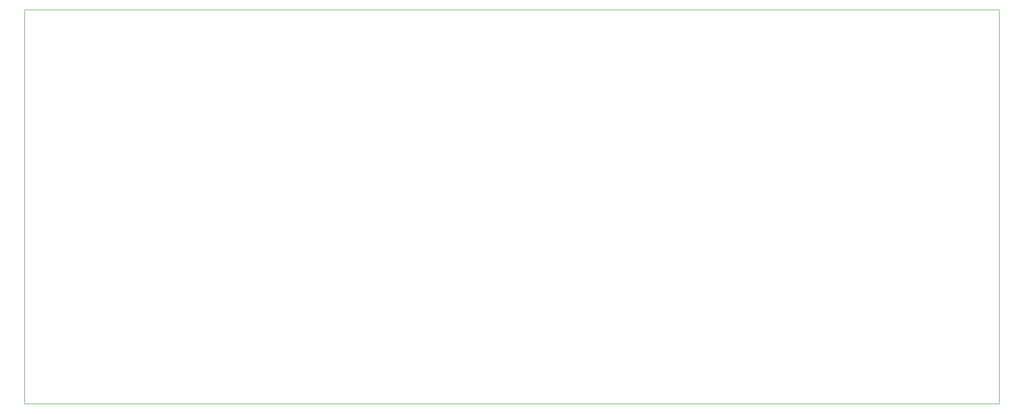
<source format=gbr>
G04 #@! TF.FileFunction,Profile,NP*
%FSLAX46Y46*%
G04 Gerber Fmt 4.6, Leading zero omitted, Abs format (unit mm)*
G04 Created by KiCad (PCBNEW 4.0.7) date 01/14/18 03:39:09*
%MOMM*%
%LPD*%
G01*
G04 APERTURE LIST*
%ADD10C,0.100000*%
%ADD11C,0.150000*%
G04 APERTURE END LIST*
D10*
D11*
X0Y-138000000D02*
X0Y0D01*
X341000000Y-138000000D02*
X0Y-138000000D01*
X341000000Y0D02*
X341000000Y-138000000D01*
X0Y0D02*
X341000000Y0D01*
M02*

</source>
